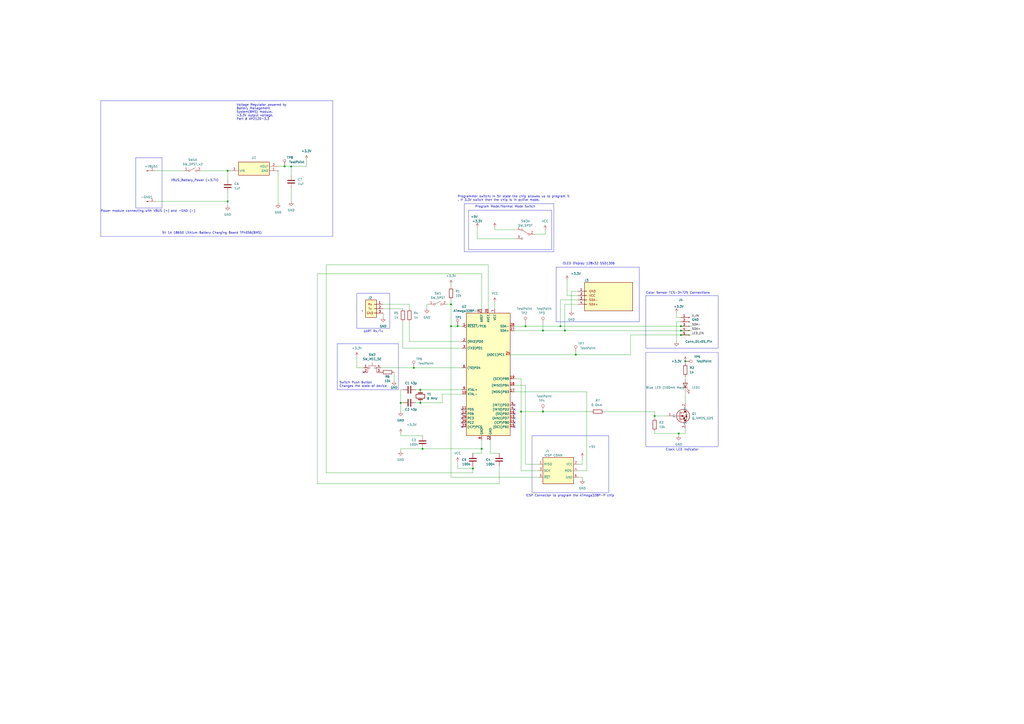
<source format=kicad_sch>
(kicad_sch (version 20230121) (generator eeschema)
  (paper "A2")
  (title_block (title "Color Sensor (Team 3)") (date "2023-11-14") (rev "4"))
  (lib_symbols
    (symbol "+3.3V_1" (power) (pin_names (offset 0))
      (property "Value" "+3.3V_1" (at 0 5.08 0))
      (symbol "+3.3V_1_0_1"
        (polyline (pts (xy -0.762 1.27) (xy 0 2.54)))
        (polyline (pts (xy 0 0) (xy 0 2.54)))
        (polyline (pts (xy 0 2.54) (xy 0.762 1.27)))
      )
      (symbol "+3.3V_1_1_1"
        (pin power_in line (at 0 0 90) (length 0) hide (name "+3.3V") (number "1"))
      )
    )
    (symbol "+3.3V_2" (power) (pin_names (offset 0))
      (property "Value" "+3.3V_2" (at 0 5.08 0))
      (symbol "+3.3V_2_0_1"
        (polyline (pts (xy -0.762 1.27) (xy 0 2.54)))
        (polyline (pts (xy 0 0) (xy 0 2.54)))
        (polyline (pts (xy 0 2.54) (xy 0.762 1.27)))
      )
      (symbol "+3.3V_2_1_1"
        (pin power_in line (at 0 0 90) (length 0) hide (name "+3.3V") (number "1"))
      )
    )
    (symbol "+3.3V_3" (power) (pin_names (offset 0))
      (property "Value" "+3.3V_3" (at 0 5.08 0))
      (symbol "+3.3V_3_0_1"
        (polyline (pts (xy -0.762 1.27) (xy 0 2.54)))
        (polyline (pts (xy 0 0) (xy 0 2.54)))
        (polyline (pts (xy 0 2.54) (xy 0.762 1.27)))
      )
      (symbol "+3.3V_3_1_1"
        (pin power_in line (at 0 0 90) (length 0) hide (name "+3.3V") (number "1"))
      )
    )
    (symbol "+3.3V_4" (power) (pin_names (offset 0))
      (property "Value" "+3.3V_4" (at 0 5.08 0))
      (symbol "+3.3V_4_0_1"
        (polyline (pts (xy -0.762 1.27) (xy 0 2.54)))
        (polyline (pts (xy 0 0) (xy 0 2.54)))
        (polyline (pts (xy 0 2.54) (xy 0.762 1.27)))
      )
      (symbol "+3.3V_4_1_1"
        (pin power_in line (at 0 0 90) (length 0) hide (name "+3.3V") (number "1"))
      )
    )
    (symbol "+5V_1" (power) (pin_names (offset 0))
      (property "Value" "+5V_1" (at 0 5.08 0))
      (symbol "+5V_1_0_1"
        (polyline (pts (xy -0.762 1.27) (xy 0 2.54)))
        (polyline (pts (xy 0 0) (xy 0 2.54)))
        (polyline (pts (xy 0 2.54) (xy 0.762 1.27)))
      )
      (symbol "+5V_1_1_1"
        (pin power_in line (at 0 0 90) (length 0) hide (name "+5V") (number "1"))
      )
    )
    (symbol "+5V_2" (power) (pin_names (offset 0))
      (property "Value" "+5V (VCC)" (at 7.62 6.35 0))
      (symbol "+5V_2_0_1"
        (polyline (pts (xy -0.762 1.27) (xy 0 2.54)))
        (polyline (pts (xy 0 0) (xy 0 2.54)))
        (polyline (pts (xy 0 2.54) (xy 0.762 1.27)))
      )
      (symbol "+5V_2_1_1"
        (pin power_in line (at 0 0 90) (length 0) hide (name "+5V") (number "1"))
      )
    )
    (symbol "2023-11-13_01-53-07:DMN63D8LW-13" (pin_names (offset 0.254))
      (property "Reference" "U" (at 13.97 1.905 0))
      (property "Value" "DMN63D8LW-13" (at 13.97 -2.54 0))
      (symbol "DMN63D8LW-13_0_1"
        (polyline (pts (xy 2.54 0) (xy 5.08 0)) (stroke (width 0.127)))
        (polyline (pts (xy 5.08 0) (xy 6.985 0)) (stroke (width 0.2032)))
        (polyline (pts (xy 6.985 -2.54) (xy 6.985 2.54)) (stroke (width 0.2032)))
        (polyline (pts (xy 7.62 -2.54) (xy 7.62 -1.27)) (stroke (width 0.2032)))
        (polyline (pts (xy 7.62 -1.905) (xy 9.525 -1.905)) (stroke (width 0.2032)))
        (polyline (pts (xy 7.62 -0.635) (xy 7.62 0.635)) (stroke (width 0.2032)))
        (polyline (pts (xy 7.62 1.27) (xy 7.62 2.54)) (stroke (width 0.2032)))
        (polyline (pts (xy 7.62 1.905) (xy 9.525 1.905)) (stroke (width 0.2032)))
        (polyline (pts (xy 8.89 0) (xy 9.525 0)) (stroke (width 0.2032)))
        (polyline (pts (xy 9.525 -5.08) (xy 9.525 -2.54)) (stroke (width 0.127)))
        (polyline (pts (xy 9.525 -2.54) (xy 9.525 0)) (stroke (width 0.2032)))
        (polyline (pts (xy 9.525 -2.54) (xy 10.795 -2.54)) (stroke (width 0.2032)))
        (polyline (pts (xy 9.525 1.905) (xy 9.525 2.54)) (stroke (width 0.2032)))
        (polyline (pts (xy 9.525 2.54) (xy 9.525 5.08)) (stroke (width 0.127)))
        (polyline (pts (xy 9.525 2.54) (xy 10.795 2.54)) (stroke (width 0.2032)))
        (polyline (pts (xy 9.525 5.08) (xy 10.16 5.08)) (stroke (width 0.127)))
        (polyline (pts (xy 10.16 -5.08) (xy 9.525 -5.08)) (stroke (width 0.127)))
        (polyline (pts (xy 10.795 -2.54) (xy 10.795 -0.635)) (stroke (width 0.2032)))
        (polyline (pts (xy 10.795 0.635) (xy 10.795 2.54)) (stroke (width 0.2032)))
        (polyline (pts (xy 11.43 0.635) (xy 10.16 0.635)) (stroke (width 0.2032)))
        (polyline (pts (xy 8.89 0.635) (xy 7.62 0) (xy 8.89 -0.635)) (stroke (width 0.0254)) (fill (type outline)))
        (polyline (pts (xy 11.43 -0.635) (xy 10.16 -0.635) (xy 10.795 0.635)) (stroke (width 0.0254)) (fill (type outline)))
        (circle (center 8.89 0) (radius 3.81) (stroke (width 0.254)))
        (circle (center 9.525 -1.27) (radius 0.0254) (stroke (width 0.508)))
        (circle (center 10.16 -2.54) (radius 0.0254) (stroke (width 0.508)))
        (circle (center 10.16 2.54) (radius 0.0254) (stroke (width 0.508)))
        (pin unspecified line (at 0 0 0) (length 2.54) (name "G") (number "1"))
        (pin unspecified line (at 10.16 7.62 270) (length 2.54) (name "D") (number "2"))
        (pin unspecified line (at 10.16 -7.62 90) (length 2.54) (name "S") (number "3"))
      )
    )
    (symbol "Conn_PIC_ICSP_ICD_1"
      (property "Reference" "J6" (at -3.81 12.7 0))
      (property "Value" "ICSP CONN" (at 5.08 10.16 0))
      (symbol "Conn_PIC_ICSP_ICD_1_0_1"
        (rectangle (start -7.62 7.62) (end 10.16 -7.62) (stroke (width 0.254)) (fill (type background)))
      )
      (symbol "Conn_PIC_ICSP_ICD_1_1_1"
        (pin bidirectional line (at -10.16 3.81 0) (length 2.54) (name "MISO") (number "1"))
        (pin bidirectional line (at 12.7 3.81 180) (length 2.54) (name "VCC") (number "2"))
        (pin output line (at -10.16 0 0) (length 2.54) (name "SCK") (number "3"))
        (pin output line (at 12.7 0 180) (length 2.54) (name "MOSI") (number "4"))
        (pin output line (at -10.16 -3.81 0) (length 2.54) (name "~{RST}") (number "5"))
        (pin output line (at 12.7 -3.81 180) (length 2.54) (name "GND") (number "6"))
      )
    )
    (symbol "Connector:Conn_01x01_Pin" (pin_names (offset 1.016) hide)
      (property "Reference" "J" (at 0 2.54 0))
      (property "Value" "Conn_01x01_Pin" (at 0 -2.54 0))
      (symbol "Conn_01x01_Pin_1_1"
        (polyline (pts (xy 1.27 0) (xy 0.8636 0)) (stroke (width 0.1524)))
        (rectangle (start 0.8636 0.127) (end 0 -0.127) (stroke (width 0.1524)) (fill (type outline)))
        (pin passive line (at 5.08 0 180) (length 3.81) (name "Pin_1") (number "1"))
      )
    )
    (symbol "Connector:Conn_01x05_Pin" (pin_names (offset 1.016) hide)
      (property "Reference" "J" (at 0 7.62 0))
      (property "Value" "Conn_01x05_Pin" (at 0 -7.62 0))
      (symbol "Conn_01x05_Pin_1_1"
        (polyline (pts (xy 1.27 -5.08) (xy 0.8636 -5.08)) (stroke (width 0.1524)))
        (polyline (pts (xy 1.27 -2.54) (xy 0.8636 -2.54)) (stroke (width 0.1524)))
        (polyline (pts (xy 1.27 0) (xy 0.8636 0)) (stroke (width 0.1524)))
        (polyline (pts (xy 1.27 2.54) (xy 0.8636 2.54)) (stroke (width 0.1524)))
        (polyline (pts (xy 1.27 5.08) (xy 0.8636 5.08)) (stroke (width 0.1524)))
        (rectangle (start 0.8636 -4.953) (end 0 -5.207) (stroke (width 0.1524)) (fill (type outline)))
        (rectangle (start 0.8636 -2.413) (end 0 -2.667) (stroke (width 0.1524)) (fill (type outline)))
        (rectangle (start 0.8636 0.127) (end 0 -0.127) (stroke (width 0.1524)) (fill (type outline)))
        (rectangle (start 0.8636 2.667) (end 0 2.413) (stroke (width 0.1524)) (fill (type outline)))
        (rectangle (start 0.8636 5.207) (end 0 4.953) (stroke (width 0.1524)) (fill (type outline)))
        (pin passive line (at 5.08 5.08 180) (length 3.81) (name "Pin_1") (number "1"))
        (pin passive line (at 5.08 2.54 180) (length 3.81) (name "Pin_2") (number "2"))
        (pin passive line (at 5.08 0 180) (length 3.81) (name "Pin_3") (number "3"))
        (pin passive line (at 5.08 -2.54 180) (length 3.81) (name "Pin_4") (number "4"))
        (pin passive line (at 5.08 -5.08 180) (length 3.81) (name "Pin_5") (number "5"))
      )
    )
    (symbol "Connector:TestPoint" (pin_numbers hide) (pin_names (offset 0.762) hide)
      (property "Reference" "TP" (at 0 6.858 0))
      (property "Value" "TestPoint" (at 0 5.08 0))
      (symbol "TestPoint_0_1"
        (circle (center 0 3.302) (radius 0.762))
      )
      (symbol "TestPoint_1_1"
        (pin passive line (at 0 0 90) (length 2.54) (name "1") (number "1"))
      )
    )
    (symbol "Connector_Generic:Conn_01x03" (pin_names (offset 1.016) hide)
      (property "Reference" "J2" (at 7.62 1.27 0))
      (property "Value" "Conn_01x03" (at 6.35 -1.27 0))
      (symbol "Conn_01x03_1_1"
        (rectangle (start -1.27 -2.413) (end 0 -2.667) (stroke (width 0.1524)))
        (rectangle (start -1.27 0.127) (end 0 -0.127) (stroke (width 0.1524)))
        (rectangle (start -1.27 2.667) (end 0 2.413) (stroke (width 0.1524)))
        (rectangle (start -1.27 5.08) (end 5.08 -5.08) (stroke (width 0.254)) (fill (type background)))
        (text "GND" (at 2.54 -2.54 0) (effects (font (size 1.27 1.27))))
        (text "Rx" (at 2.54 2.54 0) (effects (font (size 1.27 1.27))))
        (text "Tx" (at 2.54 0 0) (effects (font (size 1.27 1.27))))
        (pin passive line (at -5.08 2.54 0) (length 3.81) (name "Pin_1") (number "1"))
        (pin passive line (at -5.08 0 0) (length 3.81) (name "Pin_2") (number "2"))
        (pin passive line (at -5.08 -2.54 0) (length 3.81) (name "Pin_3") (number "3"))
      )
    )
    (symbol "Connector_Generic:Conn_01x04" (pin_names (offset 1.016) hide)
      (property "Reference" "J3" (at -1.27 8.89 0))
      (symbol "Conn_01x04_1_1"
        (rectangle (start -1.27 -4.953) (end 0 -5.207) (stroke (width 0.1524)))
        (rectangle (start -1.27 -2.413) (end 0 -2.667) (stroke (width 0.1524)))
        (rectangle (start -1.27 0.127) (end 0 -0.127) (stroke (width 0.1524)))
        (rectangle (start -1.27 2.667) (end 0 2.413) (stroke (width 0.1524)))
        (rectangle (start -1.27 7.62) (end 26.67 -8.89) (stroke (width 0.254)) (fill (type background)))
        (text "GND" (at 1.27 2.54 0) (effects (font (size 1.27 1.27)) (justify left)))
        (text "SDA+\n" (at 1.27 -5.08 0) (effects (font (size 1.27 1.27)) (justify left)))
        (text "SDA-" (at 1.27 -2.54 0) (effects (font (size 1.27 1.27)) (justify left)))
        (text "VCC" (at 1.27 0 0) (effects (font (size 1.27 1.27)) (justify left)))
        (pin passive line (at -5.08 2.54 0) (length 3.81) (name "Pin_1") (number "1"))
        (pin passive line (at -5.08 0 0) (length 3.81) (name "Pin_2") (number "2"))
        (pin passive line (at -5.08 -2.54 0) (length 3.81) (name "Pin_3") (number "3"))
        (pin passive line (at -5.08 -5.08 0) (length 3.81) (name "Pin_4") (number "4"))
      )
    )
    (symbol "Device:C" (pin_numbers hide) (pin_names (offset 0.254))
      (property "Reference" "C" (at 0.635 2.54 0))
      (property "Value" "C" (at 0.635 -2.54 0))
      (symbol "C_0_1"
        (polyline (pts (xy -2.032 -0.762) (xy 2.032 -0.762)) (stroke (width 0.508)))
        (polyline (pts (xy -2.032 0.762) (xy 2.032 0.762)) (stroke (width 0.508)))
      )
      (symbol "C_1_1"
        (pin passive line (at 0 3.81 270) (length 2.794) (name "~") (number "1"))
        (pin passive line (at 0 -3.81 90) (length 2.794) (name "~") (number "2"))
      )
    )
    (symbol "Device:Crystal" (pin_numbers hide) (pin_names (offset 1.016) hide)
      (property "Reference" "Y" (at 0 3.81 0))
      (property "Value" "Crystal" (at 0 -3.81 0))
      (symbol "Crystal_0_1"
        (rectangle (start -1.143 2.54) (end 1.143 -2.54) (stroke (width 0.3048)))
        (polyline (pts (xy -2.54 0) (xy -1.905 0)))
        (polyline (pts (xy -1.905 -1.27) (xy -1.905 1.27)) (stroke (width 0.508)))
        (polyline (pts (xy 1.905 -1.27) (xy 1.905 1.27)) (stroke (width 0.508)))
        (polyline (pts (xy 2.54 0) (xy 1.905 0)))
      )
      (symbol "Crystal_1_1"
        (pin passive line (at -3.81 0 0) (length 1.27) (name "1") (number "1"))
        (pin passive line (at 3.81 0 180) (length 1.27) (name "2") (number "2"))
      )
    )
    (symbol "Device:LED" (pin_numbers hide) (pin_names (offset 1.016) hide)
      (property "Reference" "D" (at 0 2.54 0))
      (property "Value" "LED" (at 0 -2.54 0))
      (symbol "LED_0_1"
        (polyline (pts (xy -1.27 -1.27) (xy -1.27 1.27)) (stroke (width 0.254)))
        (polyline (pts (xy -1.27 0) (xy 1.27 0)))
        (polyline (pts (xy 1.27 -1.27) (xy 1.27 1.27) (xy -1.27 0) (xy 1.27 -1.27)) (stroke (width 0.254)))
        (polyline (pts (xy -3.048 -0.762) (xy -4.572 -2.286) (xy -3.81 -2.286) (xy -4.572 -2.286) (xy -4.572 -1.524)))
        (polyline (pts (xy -1.778 -0.762) (xy -3.302 -2.286) (xy -2.54 -2.286) (xy -3.302 -2.286) (xy -3.302 -1.524)))
      )
      (symbol "LED_1_1"
        (pin passive line (at -3.81 0 0) (length 2.54) (name "K") (number "1"))
        (pin passive line (at 3.81 0 180) (length 2.54) (name "A") (number "2"))
      )
    )
    (symbol "Device:R" (pin_numbers hide) (pin_names (offset 0))
      (property "Reference" "R" (at 2.032 0 90))
      (property "Value" "R" (at 0 0 90))
      (symbol "R_0_1"
        (rectangle (start -1.016 -2.54) (end 1.016 2.54) (stroke (width 0.254)))
      )
      (symbol "R_1_1"
        (pin passive line (at 0 3.81 270) (length 1.27) (name "~") (number "1"))
        (pin passive line (at 0 -3.81 90) (length 1.27) (name "~") (number "2"))
      )
    )
    (symbol "MCU_Microchip_ATmega:ATmega328P-P"
      (property "Reference" "U2" (at -13.97 39.37 0))
      (property "Value" "ATmega328P-P" (at -12.7 36.83 0))
      (symbol "ATmega328P-P_0_1"
        (rectangle (start -12.7 35.56) (end 12.7 -35.56) (stroke (width 0.254)) (fill (type background)))
      )
      (symbol "ATmega328P-P_1_1"
        (pin bidirectional inverted (at -15.24 27.94 0) (length 2.54) (name "~{RESET}/PC6") (number "1"))
        (pin bidirectional line (at -15.24 -11.43 0) (length 2.54) (name "XTAL-") (number "10"))
        (pin bidirectional line (at -15.24 -20.32 0) (length 2.54) (name "PD5") (number "11"))
        (pin bidirectional line (at -15.24 -22.86 0) (length 2.54) (name "PD6") (number "12"))
        (pin bidirectional line (at 15.24 -25.4 180) (length 2.54) (name "(AIN1)PD7") (number "13"))
        (pin bidirectional line (at 15.24 -27.94 180) (length 2.54) (name "(ICP)PB0") (number "14"))
        (pin bidirectional line (at 15.24 -30.48 180) (length 2.54) (name "(OC1)PB1") (number "15"))
        (pin bidirectional line (at 15.24 -22.86 180) (length 2.54) (name "(SS)PB2") (number "16"))
        (pin bidirectional line (at 15.24 -10.16 180) (length 2.54) (name "(MOSI)PB3") (number "17"))
        (pin bidirectional line (at 15.24 -6.35 180) (length 2.54) (name "(MISO)PB4") (number "18"))
        (pin bidirectional line (at 15.24 -2.54 180) (length 2.54) (name "(SCK)PB5") (number "19"))
        (pin bidirectional line (at -15.24 19.05 0) (length 2.54) (name "(RXD)PD0") (number "2"))
        (pin power_in line (at 0 38.1 270) (length 2.54) (name "AVCC") (number "20"))
        (pin passive line (at -3.81 38.1 270) (length 2.54) (name "AREF") (number "21"))
        (pin passive line (at 1.27 -38.1 90) (length 2.54) (name "GND") (number "22"))
        (pin bidirectional line (at -15.24 -30.48 0) (length 2.54) (name "(ICP)PC0") (number "23"))
        (pin bidirectional line (at 12.7 11.43 180) (length 2.54) (name "(ADC1)PC1") (number "24"))
        (pin bidirectional line (at -15.24 -27.94 0) (length 2.54) (name "PC2") (number "25"))
        (pin bidirectional line (at -15.24 -25.4 0) (length 2.54) (name "PC3") (number "26"))
        (pin bidirectional line (at 15.24 25.4 180) (length 2.54) (name "SDA+") (number "27"))
        (pin bidirectional line (at 15.24 27.94 180) (length 2.54) (name "SDA-") (number "28"))
        (pin bidirectional line (at -15.24 15.24 0) (length 2.54) (name "(TXD)PD1") (number "3"))
        (pin bidirectional line (at 15.24 -20.32 180) (length 2.54) (name "(INT0)PD2") (number "4"))
        (pin bidirectional line (at 15.24 -17.78 180) (length 2.54) (name "(INT1)PD3") (number "5"))
        (pin bidirectional line (at -15.24 3.81 0) (length 2.54) (name "(T0)PD4") (number "6"))
        (pin power_in line (at 3.81 38.1 270) (length 2.54) (name "VCC") (number "7"))
        (pin power_in line (at -3.81 -38.1 90) (length 2.54) (name "GND") (number "8"))
        (pin bidirectional line (at -15.24 -8.89 0) (length 2.54) (name "XTAL+") (number "9"))
      )
    )
    (symbol "SamacSys_Parts:AP2120N-3.3TRG1"
      (property "Reference" "PS" (at 24.13 7.62 0))
      (property "Value" "AP2120N-3.3TRG1" (at 24.13 5.08 0))
      (symbol "AP2120N-3.3TRG1_1_1"
        (rectangle (start 5.08 2.54) (end 22.86 -5.08) (stroke (width 0.254)) (fill (type background)))
        (pin passive line (at 0 0 0) (length 5.08) (name "GND") (number "1"))
        (pin passive line (at 0 -2.54 0) (length 5.08) (name "VOUT") (number "2"))
        (pin passive line (at 27.94 0 180) (length 5.08) (name "VIN") (number "3"))
      )
    )
    (symbol "Switch:SW_DPDT_x2" (pin_names (offset 0) hide)
      (property "Reference" "SW" (at 0 4.318 0))
      (property "Value" "SW_DPDT_x2" (at 0 -5.08 0))
      (symbol "SW_DPDT_x2_0_0"
        (circle (center -2.032 0) (radius 0.508))
        (circle (center 2.032 -2.54) (radius 0.508))
      )
      (symbol "SW_DPDT_x2_0_1"
        (polyline (pts (xy -1.524 0.254) (xy 1.651 2.286)))
        (circle (center 2.032 2.54) (radius 0.508))
      )
      (symbol "SW_DPDT_x2_1_1"
        (pin passive line (at 5.08 2.54 180) (length 2.54) (name "A") (number "1"))
        (pin passive line (at -5.08 0 0) (length 2.54) (name "B") (number "2"))
        (pin passive line (at 5.08 -2.54 180) (length 2.54) (name "C") (number "3"))
      )
      (symbol "SW_DPDT_x2_2_1"
        (pin passive line (at 5.08 2.54 180) (length 2.54) (name "A") (number "4"))
        (pin passive line (at -5.08 0 0) (length 2.54) (name "B") (number "5"))
        (pin passive line (at 5.08 -2.54 180) (length 2.54) (name "C") (number "6"))
      )
    )
    (symbol "Switch:SW_DPST_x2" (pin_names (offset 0) hide)
      (property "Reference" "SW" (at 0 3.175 0))
      (property "Value" "SW_DPST_x2" (at 0 -2.54 0))
      (symbol "SW_DPST_x2_0_0"
        (circle (center -2.032 0) (radius 0.508))
        (polyline (pts (xy -1.524 0.254) (xy 1.524 1.778)))
        (circle (center 2.032 0) (radius 0.508))
      )
      (symbol "SW_DPST_x2_1_1"
        (pin passive line (at -5.08 0 0) (length 2.54) (name "A") (number "1"))
        (pin passive line (at 5.08 0 180) (length 2.54) (name "B") (number "2"))
      )
      (symbol "SW_DPST_x2_2_1"
        (pin passive line (at -5.08 0 0) (length 2.54) (name "A") (number "3"))
        (pin passive line (at 5.08 0 180) (length 2.54) (name "B") (number "4"))
      )
    )
    (symbol "Switch:SW_MEC_5E" (pin_names (offset 1.016) hide)
      (property "Reference" "SW" (at 0.635 5.715 0))
      (property "Value" "SW_MEC_5E" (at 0 -3.175 0))
      (symbol "SW_MEC_5E_0_1"
        (circle (center -1.778 2.54) (radius 0.508))
        (polyline (pts (xy -2.286 3.81) (xy 2.286 3.81)))
        (polyline (pts (xy 0 3.81) (xy 0 5.588)))
        (polyline (pts (xy -2.54 0) (xy -2.54 2.54) (xy -2.286 2.54)))
        (polyline (pts (xy 2.54 0) (xy 2.54 2.54) (xy 2.286 2.54)))
        (circle (center 1.778 2.54) (radius 0.508))
        (pin passive line (at -5.08 2.54 0) (length 2.54) (name "1") (number "1"))
        (pin passive line (at -5.08 0 0) (length 2.54) (name "2") (number "2"))
        (pin passive line (at 5.08 0 180) (length 2.54) (name "K") (number "3"))
        (pin passive line (at 5.08 2.54 180) (length 2.54) (name "A") (number "4"))
      )
    )
    (symbol "Switch:SW_SPST" (pin_names (offset 0) hide)
      (property "Reference" "SW" (at 0 3.175 0))
      (property "Value" "SW_SPST" (at 0 -2.54 0))
      (symbol "SW_SPST_0_0"
        (circle (center -2.032 0) (radius 0.508))
        (polyline (pts (xy -1.524 0.254) (xy 1.524 1.778)))
        (circle (center 2.032 0) (radius 0.508))
      )
      (symbol "SW_SPST_1_1"
        (pin passive line (at -5.08 0 0) (length 2.54) (name "A") (number "1"))
        (pin passive line (at 5.08 0 180) (length 2.54) (name "B") (number "2"))
      )
    )
    (symbol "power:+3.3V" (power) (pin_names (offset 0))
      (property "Value" "+3.3V" (at 0 3.556 0))
      (symbol "+3.3V_0_1"
        (polyline (pts (xy -0.762 1.27) (xy 0 2.54)))
        (polyline (pts (xy 0 0) (xy 0 2.54)))
        (polyline (pts (xy 0 2.54) (xy 0.762 1.27)))
      )
      (symbol "+3.3V_1_1"
        (pin power_in line (at 0 0 90) (length 0) hide (name "+3.3V") (number "1"))
      )
    )
    (symbol "power:GND" (power) (pin_names (offset 0))
      (property "Value" "GND" (at 0 -3.81 0))
      (symbol "GND_0_1"
        (polyline (pts (xy 0 0) (xy 0 -1.27) (xy 1.27 -1.27) (xy 0 -2.54) (xy -1.27 -1.27) (xy 0 -1.27)))
      )
      (symbol "GND_1_1"
        (pin power_in line (at 0 0 270) (length 0) hide (name "GND") (number "1"))
      )
    )
    (symbol "power:VCC" (power) (pin_names (offset 0))
      (property "Value" "VCC" (at 0 3.81 0))
      (symbol "VCC_0_1"
        (polyline (pts (xy -0.762 1.27) (xy 0 2.54)))
        (polyline (pts (xy 0 0) (xy 0 2.54)))
        (polyline (pts (xy 0 2.54) (xy 0.762 1.27)))
      )
      (symbol "VCC_1_1"
        (pin power_in line (at 0 0 90) (length 0) hide (name "VCC") (number "1"))
      )
    )
  )
  (junction (at 245.11 260.35))
  (junction (at 394.97 194.31))
  (junction (at 393.7 251.46))
  (junction (at 232.41 233.68))
  (junction (at 397.51 209.55))
  (junction (at 379.73 241.3))
  (junction (at 261.62 176.53))
  (junction (at 314.96 191.77))
  (junction (at 314.96 238.76))
  (junction (at 261.62 189.23))
  (junction (at 243.84 226.06))
  (junction (at 240.03 213.36))
  (junction (at 274.32 271.78))
  (junction (at 243.84 233.68))
  (junction (at 165.1 96.52))
  (junction (at 302.26 238.76))
  (junction (at 327.66 191.77))
  (junction (at 304.8 189.23))
  (junction (at 132.08 99.06))
  (junction (at 265.43 189.23))
  (junction (at 279.4 260.35))
  (junction (at 132.08 116.84))
  (junction (at 394.97 189.23))
  (junction (at 394.97 191.77))
  (junction (at 325.12 189.23))
  (junction (at 334.01 205.74))
  (junction (at 168.91 96.52))
  (no_connect (at 298.45 242.57))
  (no_connect (at 210.82 215.9))
  (no_connect (at 267.97 247.65))
  (no_connect (at 267.97 245.11))
  (no_connect (at 298.45 240.03))
  (no_connect (at 298.45 234.95))
  (no_connect (at 267.97 240.03))
  (no_connect (at 298.45 247.65))
  (no_connect (at 267.97 237.49))
  (no_connect (at 298.45 245.11))
  (no_connect (at 298.45 237.49))
  (no_connect (at 267.97 242.57))
  (wire (pts (xy 302.26 219.71) (xy 302.26 238.76)))
  (wire (pts (xy 284.48 262.89) (xy 289.56 262.89)))
  (wire (pts (xy 314.96 191.77) (xy 327.66 191.77)))
  (wire (pts (xy 379.73 241.3) (xy 387.35 241.3)))
  (wire (pts (xy 316.23 135.89) (xy 309.88 135.89)))
  (wire (pts (xy 256.54 228.6) (xy 256.54 233.68)))
  (wire (pts (xy 237.49 186.69) (xy 237.49 198.12)))
  (wire (pts (xy 337.82 278.13) (xy 337.82 276.86)))
  (wire (pts (xy 335.28 173.99) (xy 325.12 173.99)))
  (wire (pts (xy 401.32 194.31) (xy 394.97 194.31)))
  (wire (pts (xy 302.26 238.76) (xy 314.96 238.76)))
  (wire (pts (xy 298.45 219.71) (xy 302.26 219.71)))
  (wire (pts (xy 287.02 132.08) (xy 287.02 133.35)))
  (wire (pts (xy 295.91 205.74) (xy 334.01 205.74)))
  (wire (pts (xy 279.4 158.75) (xy 279.4 179.07)))
  (wire (pts (xy 165.1 96.52) (xy 168.91 96.52)))
  (wire (pts (xy 168.91 109.22) (xy 168.91 116.84)))
  (wire (pts (xy 365.76 194.31) (xy 394.97 194.31)))
  (wire (pts (xy 261.62 189.23) (xy 261.62 276.86)))
  (wire (pts (xy 132.08 111.76) (xy 132.08 116.84)))
  (wire (pts (xy 335.28 276.86) (xy 337.82 276.86)))
  (wire (pts (xy 299.72 133.35) (xy 287.02 133.35)))
  (wire (pts (xy 265.43 189.23) (xy 267.97 189.23)))
  (wire (pts (xy 232.41 252.73) (xy 245.11 252.73)))
  (wire (pts (xy 261.62 165.1) (xy 261.62 166.37)))
  (wire (pts (xy 283.21 153.67) (xy 283.21 179.07)))
  (wire (pts (xy 161.29 96.52) (xy 165.1 96.52)))
  (wire (pts (xy 256.54 228.6) (xy 267.97 228.6)))
  (wire (pts (xy 241.3 233.68) (xy 243.84 233.68)))
  (wire (pts (xy 298.45 223.52) (xy 304.8 223.52)))
  (wire (pts (xy 397.51 227.33) (xy 397.51 233.68)))
  (wire (pts (xy 189.23 274.32) (xy 189.23 153.67)))
  (wire (pts (xy 325.12 189.23) (xy 394.97 189.23)))
  (wire (pts (xy 335.28 273.05) (xy 340.36 273.05)))
  (wire (pts (xy 184.15 158.75) (xy 279.4 158.75)))
  (wire (pts (xy 232.41 226.06) (xy 232.41 233.68)))
  (wire (pts (xy 243.84 226.06) (xy 267.97 226.06)))
  (wire (pts (xy 222.25 176.53) (xy 237.49 176.53)))
  (wire (pts (xy 232.41 261.62) (xy 232.41 260.35)))
  (wire (pts (xy 245.11 260.35) (xy 279.4 260.35)))
  (wire (pts (xy 298.45 191.77) (xy 314.96 191.77)))
  (wire (pts (xy 298.45 227.33) (xy 340.36 227.33)))
  (wire (pts (xy 233.68 201.93) (xy 267.97 201.93)))
  (wire (pts (xy 274.32 262.89) (xy 279.4 262.89)))
  (wire (pts (xy 168.91 96.52) (xy 168.91 101.6)))
  (wire (pts (xy 397.51 251.46) (xy 393.7 251.46)))
  (wire (pts (xy 233.68 186.69) (xy 233.68 201.93)))
  (wire (pts (xy 298.45 189.23) (xy 304.8 189.23)))
  (wire (pts (xy 189.23 153.67) (xy 283.21 153.67)))
  (wire (pts (xy 274.32 271.78) (xy 265.43 271.78)))
  (wire (pts (xy 340.36 227.33) (xy 340.36 273.05)))
  (wire (pts (xy 276.86 132.08) (xy 276.86 138.43)))
  (wire (pts (xy 401.32 189.23) (xy 394.97 189.23)))
  (wire (pts (xy 274.32 270.51) (xy 274.32 271.78)))
  (wire (pts (xy 302.26 273.05) (xy 302.26 238.76)))
  (wire (pts (xy 312.42 273.05) (xy 302.26 273.05)))
  (wire (pts (xy 261.62 276.86) (xy 312.42 276.86)))
  (wire (pts (xy 274.32 274.32) (xy 189.23 274.32)))
  (wire (pts (xy 210.82 213.36) (xy 207.01 213.36)))
  (wire (pts (xy 334.01 205.74) (xy 334.01 204.47)))
  (wire (pts (xy 232.41 233.68) (xy 232.41 238.76)))
  (wire (pts (xy 248.92 176.53) (xy 247.65 176.53)))
  (wire (pts (xy 334.01 205.74) (xy 365.76 205.74)))
  (wire (pts (xy 335.28 176.53) (xy 327.66 176.53)))
  (wire (pts (xy 274.32 271.78) (xy 274.32 274.32)))
  (wire (pts (xy 392.43 181.61) (xy 392.43 184.15)))
  (wire (pts (xy 132.08 99.06) (xy 133.35 99.06)))
  (wire (pts (xy 304.8 189.23) (xy 325.12 189.23)))
  (wire (pts (xy 132.08 99.06) (xy 132.08 104.14)))
  (wire (pts (xy 261.62 176.53) (xy 261.62 189.23)))
  (wire (pts (xy 316.23 133.35) (xy 316.23 135.89)))
  (wire (pts (xy 397.51 209.55) (xy 397.51 210.82)))
  (wire (pts (xy 379.73 251.46) (xy 379.73 250.19)))
  (wire (pts (xy 331.47 168.91) (xy 331.47 180.34)))
  (wire (pts (xy 397.51 219.71) (xy 397.51 218.44)))
  (wire (pts (xy 261.62 189.23) (xy 265.43 189.23)))
  (wire (pts (xy 232.41 252.73) (xy 232.41 251.46)))
  (wire (pts (xy 392.43 184.15) (xy 394.97 184.15)))
  (wire (pts (xy 233.68 179.07) (xy 222.25 179.07)))
  (wire (pts (xy 177.8 92.71) (xy 177.8 96.52)))
  (wire (pts (xy 394.97 186.69) (xy 392.43 186.69)))
  (wire (pts (xy 393.7 251.46) (xy 393.7 252.73)))
  (wire (pts (xy 328.93 162.56) (xy 328.93 171.45)))
  (wire (pts (xy 247.65 176.53) (xy 247.65 179.07)))
  (wire (pts (xy 401.32 191.77) (xy 394.97 191.77)))
  (wire (pts (xy 327.66 176.53) (xy 327.66 191.77)))
  (wire (pts (xy 276.86 138.43) (xy 299.72 138.43)))
  (wire (pts (xy 284.48 255.27) (xy 284.48 262.89)))
  (wire (pts (xy 184.15 280.67) (xy 184.15 158.75)))
  (wire (pts (xy 232.41 260.35) (xy 245.11 260.35)))
  (wire (pts (xy 379.73 238.76) (xy 379.73 241.3)))
  (wire (pts (xy 392.43 186.69) (xy 392.43 198.12)))
  (wire (pts (xy 220.98 213.36) (xy 240.03 213.36)))
  (wire (pts (xy 237.49 176.53) (xy 237.49 179.07)))
  (wire (pts (xy 207.01 207.01) (xy 207.01 213.36)))
  (wire (pts (xy 312.42 269.24) (xy 304.8 269.24)))
  (wire (pts (xy 168.91 96.52) (xy 177.8 96.52)))
  (wire (pts (xy 116.84 99.06) (xy 132.08 99.06)))
  (wire (pts (xy 90.17 116.84) (xy 132.08 116.84)))
  (wire (pts (xy 331.47 168.91) (xy 335.28 168.91)))
  (wire (pts (xy 222.25 181.61) (xy 222.25 184.15)))
  (wire (pts (xy 233.68 226.06) (xy 232.41 226.06)))
  (wire (pts (xy 132.08 116.84) (xy 132.08 119.38)))
  (wire (pts (xy 325.12 173.99) (xy 325.12 189.23)))
  (wire (pts (xy 241.3 226.06) (xy 243.84 226.06)))
  (wire (pts (xy 90.17 99.06) (xy 106.68 99.06)))
  (wire (pts (xy 379.73 251.46) (xy 393.7 251.46)))
  (wire (pts (xy 279.4 260.35) (xy 279.4 262.89)))
  (wire (pts (xy 337.82 265.43) (xy 337.82 269.24)))
  (wire (pts (xy 228.6 215.9) (xy 228.6 220.98)))
  (wire (pts (xy 397.51 248.92) (xy 397.51 251.46)))
  (wire (pts (xy 304.8 223.52) (xy 304.8 269.24)))
  (wire (pts (xy 289.56 270.51) (xy 289.56 280.67)))
  (wire (pts (xy 365.76 205.74) (xy 365.76 194.31)))
  (wire (pts (xy 327.66 191.77) (xy 394.97 191.77)))
  (wire (pts (xy 350.52 238.76) (xy 379.73 238.76)))
  (wire (pts (xy 304.8 187.96) (xy 304.8 189.23)))
  (wire (pts (xy 314.96 187.96) (xy 314.96 191.77)))
  (wire (pts (xy 335.28 269.24) (xy 337.82 269.24)))
  (wire (pts (xy 261.62 173.99) (xy 261.62 176.53)))
  (wire (pts (xy 289.56 280.67) (xy 184.15 280.67)))
  (wire (pts (xy 287.02 175.26) (xy 287.02 179.07)))
  (wire (pts (xy 259.08 176.53) (xy 261.62 176.53)))
  (wire (pts (xy 240.03 213.36) (xy 267.97 213.36)))
  (wire (pts (xy 279.4 255.27) (xy 279.4 260.35)))
  (wire (pts (xy 161.29 99.06) (xy 161.29 118.11)))
  (wire (pts (xy 243.84 233.68) (xy 256.54 233.68)))
  (wire (pts (xy 314.96 238.76) (xy 342.9 238.76)))
  (wire (pts (xy 335.28 171.45) (xy 328.93 171.45)))
  (wire (pts (xy 265.43 271.78) (xy 265.43 267.97)))
  (wire (pts (xy 237.49 198.12) (xy 267.97 198.12)))
  (wire (pts (xy 232.41 233.68) (xy 233.68 233.68)))
  (wire (pts (xy 379.73 242.57) (xy 379.73 241.3)))
  (rectangle (start 308.61 252.73) (end 353.06 285.75))
  (rectangle (start 78.74 91.44) (end 93.98 120.65))
  (rectangle (start 269.24 118.11) (end 321.31 146.05))
  (rectangle (start 322.58 154.94) (end 370.84 186.69))
  (rectangle (start 271.78 121.92) (end 320.04 144.78))
  (rectangle (start 374.65 204.47) (end 416.56 259.08))
  (rectangle (start 58.42 58.42) (end 193.04 137.16))
  (rectangle (start 207.01 170.18) (end 226.06 190.5))
  (rectangle (start 374.65 171.45) (end 416.56 201.93))
  (rectangle (start 195.58 199.39) (end 231.14 226.06))
  (text "Switch Push Button\nChanges the state of device" (at 196.85 224.79 0) (effects (font (size 1.27 1.27)) (justify left bottom)))
  (text "Power module connecting with VBUS (+) and -GND (-)\n" (at 58.42 123.19 0) (effects (font (size 1.27 1.27)) (justify left bottom)))
  (text "Programmer switch: In 5V state the chip allowes us to program it\n. If 3.3V switch then the chip is in active mode." (at 265.43 116.84 0) (effects (font (size 1.27 1.27)) (justify left bottom)))
  (text "ICSP Connector to program the ATmega328P-P chip" (at 304.8 288.29 0) (effects (font (size 1.27 1.27)) (justify left bottom)))
  (text "Program Mode/Normal Mode Switch\n" (at 275.59 120.65 0) (effects (font (size 1.27 1.27)) (justify left bottom)))
  (text "OLED Display 128x32 SSD1306\n" (at 326.39 153.67 0) (effects (font (size 1.27 1.27)) (justify left bottom)))
  (text "Color Sensor TCS-34725 Connections\n\n" (at 374.65 172.72 0) (effects (font (size 1.27 1.27)) (justify left bottom)))
  (text "UART Rx/Tx\n" (at 222.25 193.04 0) (effects (font (size 1.27 1.27)) (justify right bottom)))
  (text "5V 1A 18650 Lithium Battery Charging Board TP4056(BMS)" (at 93.98 135.89 0) (effects (font (size 1.27 1.27)) (justify left bottom)))
  (text "Clock LED Indicator" (at 386.08 261.62 0) (effects (font (size 1.27 1.27)) (justify left bottom)))
  (text "Voltage Regulator powered by \nBattery Management \nSystem(BMS) module.\n+3.3V output voltage.\nPart # AP2120-3.3" (at 137.16 69.85 0) (effects (font (size 1.27 1.27)) (justify left bottom)))
  (text "VBUS_Battary_Power (+3.7V)\n" (at 99.06 105.41 0) (effects (font (size 1.27 1.27)) (justify left bottom)))
  (label "LED_EN" (at 401.32 194.31 0) (effects (font (size 1.2446 1.2446))))
  (label "SDA+" (at 401.32 191.77 0) (effects (font (size 1.2446 1.2446))))
  (label "SDA-" (at 401.32 189.23 0) (effects (font (size 1.2446 1.2446))))
  (label "V_IN" (at 401.32 184.15 0) (effects (font (size 1.2446 1.2446))))
  (symbol (lib_id "power:VCC") (at 287.02 175.26 0) (unit 1)
    (property "Reference" "#PWR010" (effects hide))
    (property "Value" "VCC" (at 287.02 170.18 0))
  )
  (symbol (lib_name "+5V_2") (lib_id "power:+5V") (at 337.82 265.43 0) (unit 1)
    (property "Reference" "#PWR05" (effects hide))
    (property "Value" "+5V (VCC)" (at 345.44 259.08 0) (effects (justify right)))
  )
  (symbol (lib_id "Switch:SW_DPST_x2") (at 111.76 99.06 0) (unit 1)
    (property "Reference" "SW4" (at 111.76 92.71 0))
    (property "Value" "SW_DPST_x2" (at 111.76 95.25 0))
    (property "Footprint" "Button_Switch_THT:SW_DIP_SPSTx01_Slide_9.78x4.72mm_W7.62mm_P2.54mm" (effects hide))
  )
  (symbol (lib_id "power:+3.3V") (at 397.51 209.55 0) (unit 1)
    (property "Reference" "#+3.3V0102" (effects hide))
    (property "Value" "+3.3V" (at 392.43 209.55 0))
  )
  (symbol (lib_id "power:GND") (at 232.41 261.62 0) (unit 1)
    (property "Reference" "#PWR048" (effects hide))
    (property "Value" "GND" (at 232.41 266.7 0))
  )
  (symbol (lib_id "Device:R") (at 233.68 182.88 0) (mirror x) (unit 1)
    (property "Reference" "R5" (at 231.14 181.61 0) (effects (justify right)))
    (property "Value" "1k" (at 231.14 184.15 0) (effects (justify right)))
    (property "Footprint" "Resistor_SMD:R_1206_3216Metric" (effects hide))
  )
  (symbol (lib_id "power:VCC") (at 265.43 267.97 0) (unit 1)
    (property "Reference" "#PWR011" (effects hide))
    (property "Value" "VCC" (at 265.43 262.89 0))
  )
  (symbol (lib_id "Connector:TestPoint") (at 334.01 204.47 0) (unit 1)
    (property "Reference" "TP7" (at 335.28 199.39 0) (effects (justify left)))
    (property "Value" "TestPoint" (at 336.55 201.93 0) (effects (justify left)))
    (property "Footprint" "Connector_PinHeader_1.00mm:PinHeader_1x01_P1.00mm_Vertical" (effects hide))
  )
  (symbol (lib_id "power:VCC") (at 316.23 133.35 0) (mirror y) (unit 1)
    (property "Reference" "#PWR03" (effects hide))
    (property "Value" "VCC" (at 316.23 128.27 0))
  )
  (symbol (lib_id "power:GND") (at 331.47 180.34 0) (unit 1)
    (property "Reference" "#PWR02" (effects hide))
    (property "Value" "GND" (at 331.47 185.42 0))
  )
  (symbol (lib_name "+3.3V_2") (lib_id "power:+3.3V") (at 392.43 181.61 0) (unit 1)
    (property "Reference" "#+3.3V0103" (effects hide))
    (property "Value" "+3.3V (330µA Max)" (at 393.7 177.8 0))
  )
  (symbol (lib_id "Connector:TestPoint") (at 165.1 96.52 0) (unit 1)
    (property "Reference" "TP8" (at 166.37 91.44 0) (effects (justify left)))
    (property "Value" "TestPoint" (at 167.64 93.98 0) (effects (justify left)))
    (property "Footprint" "Connector_PinHeader_1.00mm:PinHeader_1x01_P1.00mm_Vertical" (effects hide))
  )
  (symbol (lib_id "power:GND") (at 392.43 198.12 0) (unit 1)
    (property "Reference" "#PWR04" (effects hide))
    (property "Value" "GND" (at 401.32 185.42 0) (effects (justify left)))
  )
  (symbol (lib_id "power:GND") (at 247.65 179.07 0) (unit 1)
    (property "Reference" "#PWR032" (effects hide))
    (property "Value" "GND" (at 247.65 184.15 0))
  )
  (symbol (lib_id "Connector:TestPoint") (at 240.03 213.36 0) (unit 1)
    (property "Reference" "TP6" (at 241.3 208.28 0) (effects (justify left)))
    (property "Value" "TestPoint" (at 242.57 210.82 0) (effects (justify left)))
    (property "Footprint" "Connector_PinHeader_1.00mm:PinHeader_1x01_P1.00mm_Vertical" (effects hide))
  )
  (symbol (lib_id "Device:R") (at 237.49 182.88 0) (mirror x) (unit 1)
    (property "Reference" "R4" (at 242.57 181.61 0) (effects (justify right)))
    (property "Value" "1k" (at 242.57 184.15 0) (effects (justify right)))
    (property "Footprint" "Resistor_SMD:R_1206_3216Metric" (effects hide))
  )
  (symbol (lib_id "Connector:Conn_01x05_Pin") (at 400.05 189.23 0) (mirror y) (unit 1)
    (property "Reference" "J4" (at 393.7 173.99 0) (effects (justify right)))
    (property "Value" "Conn_01x05_Pin" (at 397.51 198.12 0) (effects (justify right)))
    (property "Footprint" "Connector_PinHeader_2.54mm:PinHeader_1x05_P2.54mm_Vertical" (effects hide))
  )
  (symbol (lib_id "Switch:SW_MEC_5E") (at 215.9 215.9 0) (unit 1)
    (property "Reference" "SW2" (at 215.9 205.74 0))
    (property "Value" "SW_MEC_5E" (at 215.9 208.28 0))
    (property "Footprint" "Connector_PinHeader_2.54mm:PinHeader_1x04_P2.54mm_Vertical" (effects hide))
    (property "Datasheet" "http://www.apem.com/int/index.php?controller=attachment&id_attachment=1371" (effects hide))
  )
  (symbol (lib_id "power:+3.3V") (at 276.86 132.08 0) (mirror y) (unit 1)
    (property "Reference" "#+3.3V01" (effects hide))
    (property "Value" "+3.3V" (at 276.86 128.27 0))
  )
  (symbol (lib_id "Connector:TestPoint") (at 314.96 187.96 0) (unit 1)
    (property "Reference" "TP3" (at 312.42 181.61 0) (effects (justify left)))
    (property "Value" "TestPoint" (at 311.15 179.07 0) (effects (justify left)))
    (property "Footprint" "Connector_PinHeader_1.00mm:PinHeader_1x01_P1.00mm_Vertical" (effects hide))
  )
  (symbol (lib_id "Device:C") (at 237.49 233.68 90) (unit 1)
    (property "Reference" "C2" (at 236.22 237.49 90))
    (property "Value" "43p" (at 240.03 237.49 90))
    (property "Footprint" "Capacitor_SMD:C_1206_3216Metric_Pad1.33x1.80mm_HandSolder" (effects hide))
  )
  (symbol (lib_id "power:GND") (at 168.91 116.84 0) (unit 1)
    (property "Reference" "#PWR022" (effects hide))
    (property "Value" "GND" (at 168.91 121.92 0))
  )
  (symbol (lib_id "Device:R") (at 379.73 246.38 0) (unit 1)
    (property "Reference" "R3" (at 382.27 245.11 0) (effects (justify left)))
    (property "Value" "10k" (at 382.27 247.65 0) (effects (justify left)))
    (property "Footprint" "Resistor_SMD:R_1206_3216Metric" (effects hide))
  )
  (symbol (lib_id "power:GND") (at 222.25 184.15 0) (mirror y) (unit 1)
    (property "Reference" "#PWR040" (effects hide))
    (property "Value" "GND" (at 222.25 189.23 0))
  )
  (symbol (lib_id "power:+3.3V") (at 261.62 165.1 0) (unit 1)
    (property "Reference" "#+3.3V0105" (effects hide))
    (property "Value" "+3.3V" (at 261.62 160.02 0))
  )
  (symbol (lib_name "Conn_PIC_ICSP_ICD_1") (lib_id "Connector:Conn_PIC_ICSP_ICD") (at 322.58 273.05 0) (unit 1)
    (property "Reference" "J1" (at 318.77 261.62 0) (effects (justify right)))
    (property "Value" "ICSP CONN" (at 326.39 264.16 0) (effects (justify right)))
    (property "Footprint" "PH2_06_UA:CONN_PH2-06-UA_ADM" (effects hide))
    (property "Datasheet" "http://ww1.microchip.com/downloads/en/devicedoc/30277d.pdf" (effects hide))
  )
  (symbol (lib_id "Device:C") (at 132.08 107.95 0) (unit 1)
    (property "Reference" "C6" (at 135.89 106.68 0) (effects (justify left)))
    (property "Value" "1uF" (at 135.89 109.22 0) (effects (justify left)))
    (property "Footprint" "Capacitor_SMD:C_1206_3216Metric_Pad1.33x1.80mm_HandSolder" (effects hide))
  )
  (symbol (lib_id "2023-11-13_01-53-07:DMN63D8LW-13") (at 387.35 241.3 0) (unit 1)
    (property "Reference" "Q1" (at 401.32 240.03 0) (effects (justify left)))
    (property "Value" "Q_NMOS_GDS" (at 401.32 242.57 0) (effects (justify left)))
    (property "Footprint" "DMN63D9LW:SOIC_D8LW-13_DIO" (effects hide))
    (property "Datasheet" "DMN63D8LW-13" (effects hide))
  )
  (symbol (lib_name "+3.3V_1") (lib_id "power:+3.3V") (at 177.8 92.71 0) (unit 1)
    (property "Reference" "#+3.3V0101" (effects hide))
    (property "Value" "+3.3V (250mA Max)" (at 177.8 87.63 0))
  )
  (symbol (lib_id "Device:C") (at 245.11 256.54 180) (unit 1)
    (property "Reference" "C3" (at 240.03 255.27 0))
    (property "Value" "100n" (at 240.03 257.81 0))
    (property "Footprint" "Capacitor_SMD:C_1206_3216Metric_Pad1.33x1.80mm_HandSolder" (effects hide))
  )
  (symbol (lib_name "+3.3V_3") (lib_id "power:+3.3V") (at 328.93 162.56 0) (unit 1)
    (property "Reference" "#PWR01" (effects hide))
    (property "Value" "+3.3V (16mA MAX)" (at 334.01 158.75 0))
  )
  (symbol (lib_id "Device:C") (at 274.32 266.7 0) (unit 1)
    (property "Reference" "C5" (at 269.24 266.7 0))
    (property "Value" "100n" (at 284.48 269.24 0))
    (property "Footprint" "Capacitor_SMD:C_1206_3216Metric_Pad1.33x1.80mm_HandSolder" (effects hide))
  )
  (symbol (lib_name "+3.3V_4") (lib_id "power:+3.3V") (at 232.41 251.46 0) (unit 1)
    (property "Reference" "#PWR031" (effects hide))
    (property "Value" "+3.3V (2.3mA Max)" (at 238.76 246.38 0))
  )
  (symbol (lib_id "power:GND") (at 232.41 238.76 0) (unit 1)
    (property "Reference" "#PWR027" (effects hide))
    (property "Value" "GND" (at 232.41 243.84 0))
  )
  (symbol (lib_id "Device:C") (at 237.49 226.06 90) (unit 1)
    (property "Reference" "C1" (at 236.22 222.25 90))
    (property "Value" "43p" (at 240.03 222.25 90))
    (property "Footprint" "Capacitor_SMD:C_1206_3216Metric_Pad1.33x1.80mm_HandSolder" (effects hide))
  )
  (symbol (lib_id "power:GND") (at 132.08 119.38 0) (unit 1)
    (property "Reference" "#PWR07" (effects hide))
    (property "Value" "GND" (at 132.08 124.46 0))
  )
  (symbol (lib_id "Connector:Conn_01x01_Pin") (at 85.09 116.84 0) (unit 1)
    (property "Reference" "-GND1" (at 85.09 114.3 0))
    (property "Value" "Conn_01x01_Pin" (effects hide))
    (property "Footprint" "Connector_PinHeader_2.54mm:PinHeader_1x01_P2.54mm_Vertical" (effects hide))
  )
  (symbol (lib_id "Connector:TestPoint") (at 304.8 187.96 0) (unit 1)
    (property "Reference" "TP2" (at 302.26 181.61 0) (effects (justify left)))
    (property "Value" "TestPoint" (at 299.72 179.07 0) (effects (justify left)))
    (property "Footprint" "Connector_PinHeader_1.00mm:PinHeader_1x01_P1.00mm_Vertical" (effects hide))
  )
  (symbol (lib_id "Device:R") (at 346.71 238.76 270) (unit 1)
    (property "Reference" "R7" (at 346.71 232.41 90))
    (property "Value" "0 Ohm " (at 346.71 234.95 90))
    (property "Footprint" "Resistor_THT:R_Axial_DIN0204_L3.6mm_D1.6mm_P5.08mm_Horizontal" (effects hide))
  )
  (symbol (lib_id "Device:Crystal") (at 243.84 229.87 90) (unit 1)
    (property "Reference" "Y1" (at 247.65 228.6 90) (effects (justify right)))
    (property "Value" "8 MHz " (at 247.65 231.14 90) (effects (justify right)))
    (property "Footprint" "footprints:ATS08A-E_CTS" (effects hide))
  )
  (symbol (lib_id "Connector:TestPoint") (at 397.51 209.55 270) (unit 1)
    (property "Reference" "TP5" (at 402.59 207.01 90) (effects (justify left)))
    (property "Value" "TestPoint" (at 403.86 209.55 90) (effects (justify left)))
    (property "Footprint" "Connector_PinHeader_1.00mm:PinHeader_1x01_P1.00mm_Vertical" (effects hide))
  )
  (symbol (lib_id "power:GND") (at 337.82 278.13 0) (unit 1)
    (property "Reference" "#PWR06" (effects hide))
    (property "Value" "GND" (at 337.82 283.21 0))
  )
  (symbol (lib_id "Connector:Conn_01x01_Pin") (at 85.09 99.06 0) (unit 1)
    (property "Reference" "+VBUS1" (at 83.82 96.52 0) (effects (justify left)))
    (property "Value" "Conn_01x01_Pin" (effects hide))
    (property "Footprint" "Connector_PinHeader_2.54mm:PinHeader_1x01_P2.54mm_Vertical" (effects hide))
  )
  (symbol (lib_id "Device:R") (at 261.62 170.18 0) (unit 1)
    (property "Reference" "R1" (at 264.16 168.91 0) (effects (justify left)))
    (property "Value" "10k" (at 264.16 171.45 0) (effects (justify left)))
    (property "Footprint" "Resistor_SMD:R_1206_3216Metric" (effects hide))
  )
  (symbol (lib_id "Switch:SW_SPST") (at 254 176.53 0) (unit 1)
    (property "Reference" "SW1" (at 254 170.18 0))
    (property "Value" "SW_SPST" (at 254 172.72 0))
    (property "Footprint" "Button_Switch_THT:SW_PUSH_6mm" (effects hide))
  )
  (symbol (lib_id "Device:R") (at 397.51 214.63 0) (unit 1)
    (property "Reference" "R2" (at 400.05 213.36 0) (effects (justify left)))
    (property "Value" "1k" (at 400.05 215.9 0) (effects (justify left)))
    (property "Footprint" "Resistor_SMD:R_1206_3216Metric" (effects hide))
  )
  (symbol (lib_id "power:GND") (at 161.29 118.11 0) (unit 1)
    (property "Reference" "#PWR020" (effects hide))
    (property "Value" "GND" (at 161.29 123.19 0))
  )
  (symbol (lib_id "MCU_Microchip_ATmega:ATmega328P-P") (at 283.21 217.17 0) (unit 1)
    (property "Reference" "U2" (at 269.24 177.8 0))
    (property "Value" "ATmega328P-P" (at 270.51 180.34 0))
    (property "Footprint" "Package_DIP:DIP-28_W7.62mm" (effects hide))
    (property "Datasheet" "http://ww1.microchip.com/downloads/en/DeviceDoc/ATmega328_P%20AVR%20MCU%20with%20picoPower%20Technology%20Data%20Sheet%2040001984A.pdf" (effects hide))
  )
  (symbol (lib_id "power:GND") (at 228.6 220.98 0) (unit 1)
    (property "Reference" "#PWR028" (effects hide))
    (property "Value" "GND" (at 228.6 224.79 0))
  )
  (symbol (lib_id "SamacSys_Parts:AP2120N-3.3TRG1") (at 161.29 99.06 180) (unit 1)
    (property "Reference" "U1" (at 147.32 91.44 0))
    (property "Value" "~" (at 161.29 99.06 0))
    (property "Footprint" "SamacSys_Parts:SOT96P240X120-3N" (effects hide))
    (property "Datasheet" "https://componentsearchengine.com/Datasheets/1/AP2120N-3.3TRG1.pdf" (effects hide))
    (property "Height" "1.2" (effects hide))
    (property "Manufacturer_Name" "Diodes Inc." (effects hide))
    (property "Manufacturer_Part_Number" "AP2120N-3.3TRG1" (effects hide))
    (property "Mouser Part Number" "621-AP2120N-3.3TRG1" (effects hide))
    (property "Mouser Price/Stock" "https://www.mouser.co.uk/ProductDetail/Diodes-Incorporated/AP2120N-3.3TRG1?qs=x6A8l6qLYDA1usfeaZ7Tnw%3D%3D" (effects hide))
    (property "Arrow Part Number" "AP2120N-3.3TRG1" (effects hide))
    (property "Arrow Price/Stock" "https://www.arrow.com/en/products/ap2120n-3.3trg1/diodes-incorporated?region=nac" (effects hide))
  )
  (symbol (lib_id "Device:LED") (at 397.51 223.52 90) (unit 1)
    (property "Reference" "LED1" (at 401.32 224.79 90) (effects (justify right)))
    (property "Value" "Blue LED (100mA Max)" (at 374.65 224.79 90) (effects (justify right)))
    (property "Footprint" "LED_SMD:LTST-B680" (effects hide))
  )
  (symbol (lib_id "power:+3.3V") (at 207.01 207.01 0) (unit 1)
    (property "Reference" "#+3.3V0104" (effects hide))
    (property "Value" "+3.3V" (at 207.01 201.93 0))
  )
  (symbol (lib_id "Connector_Generic:Conn_01x04") (at 340.36 171.45 0) (unit 1)
    (property "Reference" "J3" (at 339.09 162.56 0) (effects (justify left)))
    (property "Value" "Conn_01x04" (effects hide))
    (property "Footprint" "Connector_PinHeader_2.54mm:PinHeader_1x04_P2.54mm_Vertical" (effects hide))
  )
  (symbol (lib_id "Connector:TestPoint") (at 265.43 189.23 0) (unit 1)
    (property "Reference" "TP1" (at 264.16 184.15 0) (effects (justify left)))
    (property "Value" "TestPoint" (effects hide))
    (property "Footprint" "Connector_PinHeader_1.00mm:PinHeader_1x01_P1.00mm_Vertical" (effects hide))
  )
  (symbol (lib_id "Device:C") (at 289.56 266.7 180) (unit 1)
    (property "Reference" "C4" (at 283.21 266.7 0))
    (property "Value" "100n" (at 270.51 269.24 0))
    (property "Footprint" "Capacitor_SMD:C_1206_3216Metric_Pad1.33x1.80mm_HandSolder" (effects hide))
  )
  (symbol (lib_id "Connector_Generic:Conn_01x03") (at 217.17 179.07 0) (mirror y) (unit 1)
    (property "Reference" "J2" (at 214.63 172.72 0))
    (property "Value" "~" (at 210.82 180.34 0) (effects (justify left)))
    (property "Footprint" "Connector_PinHeader_2.54mm:PinHeader_1x03_P2.54mm_Vertical" (effects hide))
  )
  (symbol (lib_id "Connector:TestPoint") (at 314.96 238.76 0) (unit 1)
    (property "Reference" "TP4" (at 312.42 232.41 0) (effects (justify left)))
    (property "Value" "TestPoint" (at 311.15 229.87 0) (effects (justify left)))
    (property "Footprint" "Connector_PinHeader_1.00mm:PinHeader_1x01_P1.00mm_Vertical" (effects hide))
  )
  (symbol (lib_id "Switch:SW_DPDT_x2") (at 304.8 135.89 0) (mirror y) (unit 1)
    (property "Reference" "SW3" (at 304.8 128.27 0))
    (property "Value" "SW_SPDT" (at 304.8 130.81 0))
    (property "Footprint" "Button_Switch_THT:SW_E-Switch_EG1271_SPDT_123" (effects hide))
  )
  (symbol (lib_id "Device:C") (at 168.91 105.41 0) (unit 1)
    (property "Reference" "C7" (at 172.72 104.14 0) (effects (justify left)))
    (property "Value" "1uF" (at 172.72 106.68 0) (effects (justify left)))
    (property "Footprint" "Capacitor_SMD:C_1206_3216Metric_Pad1.33x1.80mm_HandSolder" (effects hide))
  )
  (symbol (lib_name "+5V_1") (lib_id "power:+5V") (at 287.02 132.08 0) (mirror y) (unit 1)
    (property "Reference" "#PWR09" (effects hide))
    (property "Value" "+5V (Programmer Source)" (at 273.05 125.73 0) (effects (justify right)))
  )
  (symbol (lib_id "power:GND") (at 393.7 252.73 0) (unit 1)
    (property "Reference" "#PWR08" (effects hide))
    (property "Value" "GND" (at 393.7 257.81 0))
  )
  (symbol (lib_id "Device:R") (at 224.79 215.9 90) (unit 1)
    (property "Reference" "R6" (at 224.79 218.44 90))
    (property "Value" "10k" (at 224.79 220.98 90))
    (property "Footprint" "Resistor_SMD:R_1206_3216Metric" (effects hide))
  )
)
</source>
